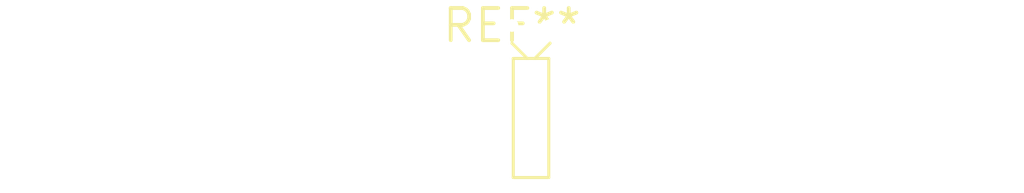
<source format=kicad_pcb>
(kicad_pcb (version 20240108) (generator pcbnew)
  (layers (0 "F.Cu" signal) (31 "B.Cu" signal) (34 "B.Paste" user) (35 "F.Paste" user) (36 "B.SilkS" user "B.Silkscreen") (37 "F.SilkS" user "F.Silkscreen") (38 "B.Mask" user) (39 "F.Mask" user) (44 "Edge.Cuts" user))
  (net 0 "")
  (footprint "Crystal_DS10_D1.0mm_L4.3mm_Horizontal" (layer "F.Cu") (at 0 0)
    (property "Reference" "REF**")
    (property "Value" "Crystal_DS10_D1.0mm_L4.3mm_Horizontal")
    (fp_line (start 0 0.7) (end 0 0.7) (layer "F.SilkS") (stroke (width 0.12)))
    (fp_line (start 0.05 1.3) (end 0.05 6) (layer "F.SilkS") (stroke (width 0.12)))
    (fp_line (start 0.05 6) (end 1.45 6) (layer "F.SilkS") (stroke (width 0.12)))
    (fp_line (start 0.6 1.3) (end 0 0.7) (layer "F.SilkS") (stroke (width 0.12)))
    (fp_line (start 0.9 1.3) (end 1.5 0.7) (layer "F.SilkS") (stroke (width 0.12)))
    (fp_line (start 1.45 1.3) (end 0.05 1.3) (layer "F.SilkS") (stroke (width 0.12)))
    (fp_line (start 1.45 6) (end 1.45 1.3) (layer "F.SilkS") (stroke (width 0.12)))
    (fp_line (start 1.5 0.7) (end 1.5 0.7) (layer "F.SilkS") (stroke (width 0.12)))
    (pad "1" thru_hole circle (at 0 0) (size 1 1) (drill 0.5) (layers *.Cu *.Mask) (remove_unused_layers))
    (pad "2" thru_hole circle (at 1.5 0) (size 1 1) (drill 0.5) (layers *.Cu *.Mask) (remove_unused_layers))
  )
)
</source>
